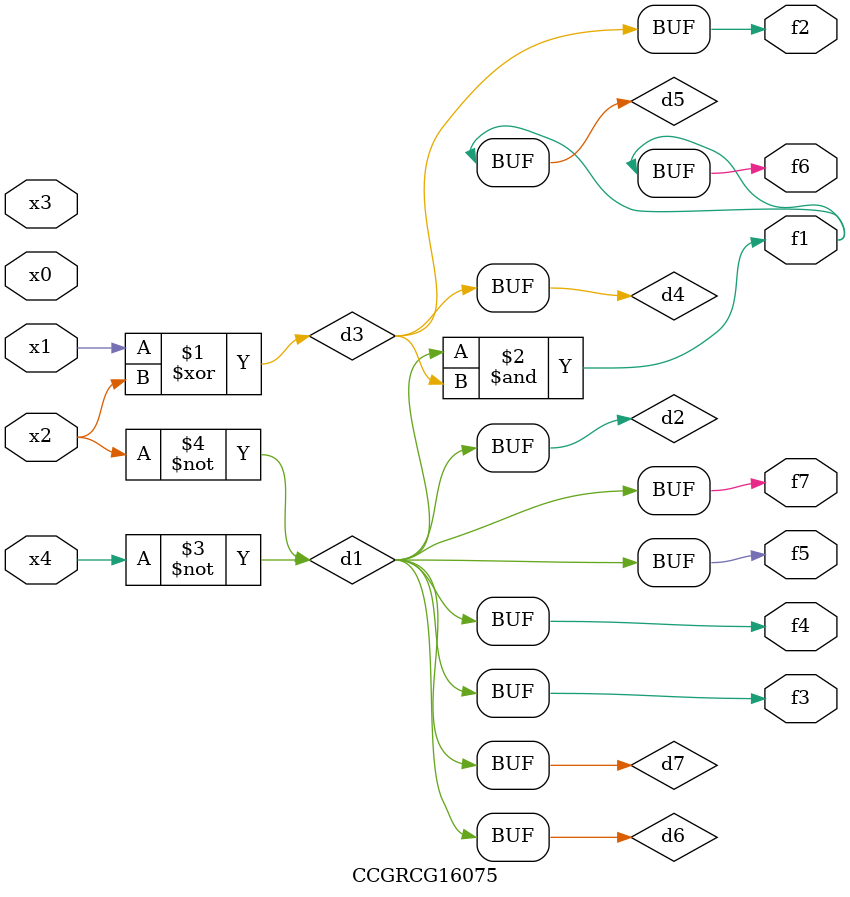
<source format=v>
module CCGRCG16075(
	input x0, x1, x2, x3, x4,
	output f1, f2, f3, f4, f5, f6, f7
);

	wire d1, d2, d3, d4, d5, d6, d7;

	not (d1, x4);
	not (d2, x2);
	xor (d3, x1, x2);
	buf (d4, d3);
	and (d5, d1, d3);
	buf (d6, d1, d2);
	buf (d7, d2);
	assign f1 = d5;
	assign f2 = d4;
	assign f3 = d7;
	assign f4 = d7;
	assign f5 = d7;
	assign f6 = d5;
	assign f7 = d7;
endmodule

</source>
